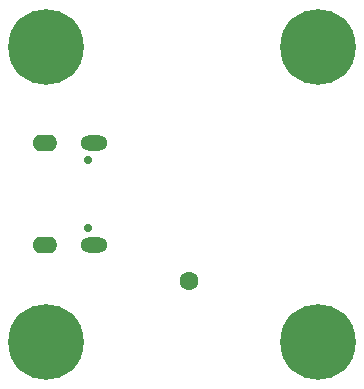
<source format=gbr>
%TF.GenerationSoftware,KiCad,Pcbnew,7.0.9-7.0.9~ubuntu22.04.1*%
%TF.CreationDate,2024-02-22T15:11:35+02:00*%
%TF.ProjectId,USB-SERIAL-L_Rev_B,5553422d-5345-4524-9941-4c2d4c5f5265,B*%
%TF.SameCoordinates,PX5f5e100PY7270e00*%
%TF.FileFunction,Soldermask,Bot*%
%TF.FilePolarity,Negative*%
%FSLAX46Y46*%
G04 Gerber Fmt 4.6, Leading zero omitted, Abs format (unit mm)*
G04 Created by KiCad (PCBNEW 7.0.9-7.0.9~ubuntu22.04.1) date 2024-02-22 15:11:35*
%MOMM*%
%LPD*%
G01*
G04 APERTURE LIST*
%ADD10C,1.601600*%
%ADD11C,1.301600*%
%ADD12C,6.401600*%
%ADD13C,0.701600*%
%ADD14O,2.301600X1.301600*%
%ADD15O,2.101600X1.401600*%
G04 APERTURE END LIST*
D10*
X15574000Y8672000D03*
D11*
X1087000Y3500000D03*
X1849000Y5151000D03*
X1849000Y1722000D03*
X3500000Y5913000D03*
D12*
X3500000Y3500000D03*
D11*
X3500000Y1087000D03*
X5151000Y5151000D03*
X5151000Y1849000D03*
X5913000Y3500000D03*
X24087000Y28500000D03*
X24849000Y30151000D03*
X24849000Y26722000D03*
X26500000Y30913000D03*
D12*
X26500000Y28500000D03*
D11*
X26500000Y26087000D03*
X28151000Y30151000D03*
X28151000Y26849000D03*
X28913000Y28500000D03*
X24087000Y3500000D03*
X24849000Y5151000D03*
X24849000Y1722000D03*
X26500000Y5913000D03*
D12*
X26500000Y3500000D03*
D11*
X26500000Y1087000D03*
X28151000Y5151000D03*
X28151000Y1849000D03*
X28913000Y3500000D03*
X1087000Y28500000D03*
X1849000Y30151000D03*
X1849000Y26722000D03*
X3500000Y30913000D03*
D12*
X3500000Y28500000D03*
D11*
X3500000Y26087000D03*
X5151000Y30151000D03*
X5151000Y26849000D03*
X5913000Y28500000D03*
D13*
X7030000Y13110000D03*
X7030000Y18890000D03*
D14*
X7530000Y11680000D03*
X7530000Y20320000D03*
D15*
X3350000Y11680000D03*
X3350000Y20320000D03*
M02*

</source>
